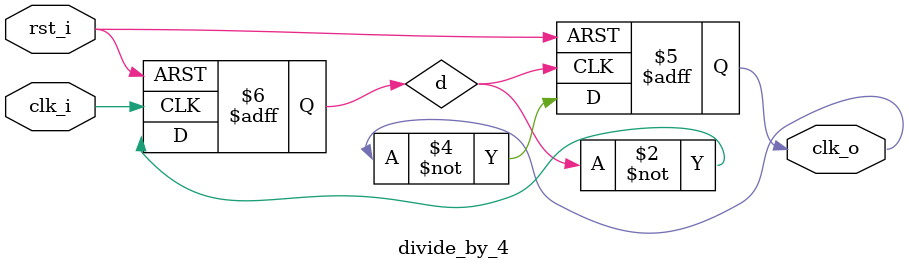
<source format=sv>

module divide_by_4(
  input        clk_i,
  input        rst_i,
  output logic clk_o
);
  
  logic d;
  
  always_ff @(posedge clk_i, posedge rst_i) begin
    if(rst_i) begin
	  d <= 1'b0;
	end else begin
	  d <= ~d;
	end
  end
  
  always_ff @(posedge d, posedge rst_i) begin
    if(rst_i) begin
	  clk_o <= 1'b0;
	end else begin
	  clk_o <= ~clk_o;
	end
  end
  
endmodule

</source>
